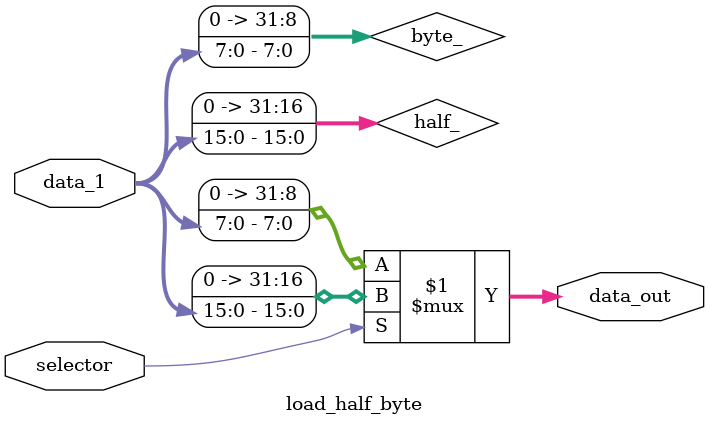
<source format=v>
module load_half_byte (
    input wire   selector,
    input wire [31:0] data_1,
    output wire [31:0] data_out
);

    wire [31:0] byte_;
    wire [31:0] half_;

    assign byte_={24'd0,data_1[7:0]};
    assign half_={16'd0,data_1[15:0]};
 
    assign data_out = (selector) ? half_ : byte_;


endmodule
</source>
